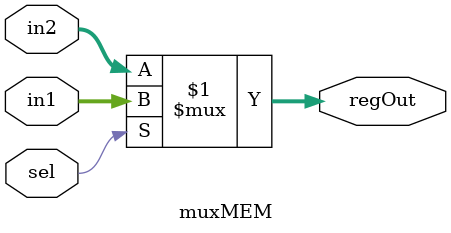
<source format=v>
module muxMEM #(parameter WIDTH = 32)(input [WIDTH-1:0] in1, in2, 
input sel,
output [WIDTH-1:0] regOut);

assign regOut = sel ? in1 : in2;

endmodule 
</source>
